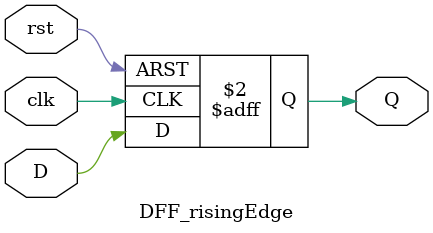
<source format=v>
module DFF_risingEdge(D, clk, rst, Q);
    input D, clk, rst;
    output reg Q; 
    always @(posedge clk or posedge rst) begin
        if(rst)
            Q <= 1'b0; 
         else 
            Q <= D; 
     end 
endmodule 
</source>
